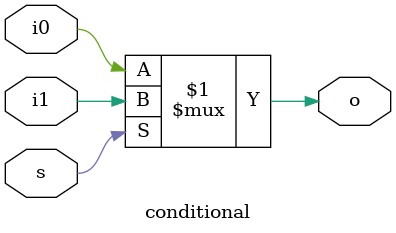
<source format=v>
`timescale 1ns / 1ps


module pe_4x2_using_2x1mux(input [3:0]in,output [1:0]out,output valid );
wire o2,o3;
conditional  u1(in[3],1,in[2],out[1]);
conditional u2(in[0],1,in[1],o3);
conditional  u3(out[1],1,o3,valid);
conditional  u4(in[1],0,in[2],o2);
conditional u5(o2,1,in[3],out[0]);
endmodule

module conditional(input i0,i1,s,output wire o);
assign o=s?i1:i0;
endmodule

</source>
